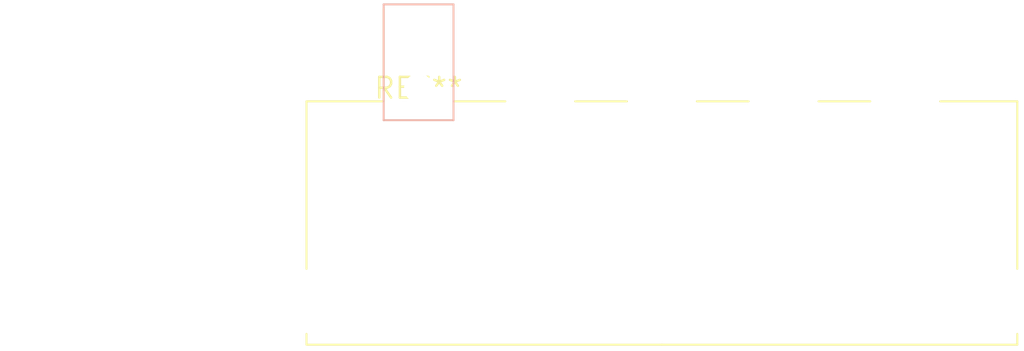
<source format=kicad_pcb>
(kicad_pcb (version 20240108) (generator pcbnew)
  (layers (0 "F.Cu" signal) (31 "B.Cu" signal) (34 "B.Paste" user) (35 "F.Paste" user) (36 "B.SilkS" user "B.Silkscreen") (37 "F.SilkS" user "F.Silkscreen") (38 "B.Mask" user) (39 "F.Mask" user) (44 "Edge.Cuts" user))
  (net 0 "")
  (footprint "Molex_Sabre_43160-1105_1x05_P7.49mm_Horizontal" (layer "F.Cu") (at 0 0)
    (property "Reference" "REF**")
    (property "Value" "Molex_Sabre_43160-1105_1x05_P7.49mm_Horizontal")
    (fp_line (start -2.15 -5.155) (end -2.15 1.975) (layer "B.SilkS") (stroke (width 0.12)))
    (fp_line (start -2.15 1.975) (end 2.15 1.975) (layer "B.SilkS") (stroke (width 0.12)))
    (fp_line (start 2.15 -5.155) (end -2.15 -5.155) (layer "B.SilkS") (stroke (width 0.12)))
    (fp_line (start 2.15 1.975) (end 2.15 -5.155) (layer "B.SilkS") (stroke (width 0.12)))
    (fp_line (start -6.9 0.815) (end -6.9 11.13) (layer "F.SilkS") (stroke (width 0.12)))
    (fp_line (start -6.9 15.13) (end -6.9 15.795) (layer "F.SilkS") (stroke (width 0.12)))
    (fp_line (start -6.9 15.795) (end 14.98 15.795) (layer "F.SilkS") (stroke (width 0.12)))
    (fp_line (start -2.15 0.815) (end -6.9 0.815) (layer "F.SilkS") (stroke (width 0.12)))
    (fp_line (start -2.15 0.815) (end -2.15 -4.895) (layer "F.SilkS") (stroke (width 0.12)))
    (fp_line (start 2.15 0.815) (end 5.34 0.815) (layer "F.SilkS") (stroke (width 0.12)))
    (fp_line (start 9.64 0.815) (end 12.83 0.815) (layer "F.SilkS") (stroke (width 0.12)))
    (fp_line (start 17.13 0.815) (end 20.32 0.815) (layer "F.SilkS") (stroke (width 0.12)))
    (fp_line (start 24.62 0.815) (end 27.81 0.815) (layer "F.SilkS") (stroke (width 0.12)))
    (fp_line (start 32.11 0.815) (end 36.86 0.815) (layer "F.SilkS") (stroke (width 0.12)))
    (fp_line (start 36.86 0.815) (end 36.86 11.13) (layer "F.SilkS") (stroke (width 0.12)))
    (fp_line (start 36.86 15.13) (end 36.86 15.795) (layer "F.SilkS") (stroke (width 0.12)))
    (fp_line (start 36.86 15.795) (end 14.98 15.795) (layer "F.SilkS") (stroke (width 0.12)))
    (pad "" thru_hole circle (at -4.75 13.13) (size 4 4) (drill 3) (layers *.Cu *.Mask) (remove_unused_layers))
    (pad "" thru_hole circle (at 34.71 13.13) (size 4 4) (drill 3) (layers *.Cu *.Mask) (remove_unused_layers))
    (pad "1" thru_hole rect (at 0 -3.18) (size 3.78 3.43) (drill 1.78) (layers *.Cu *.Mask) (remove_unused_layers))
    (pad "1" thru_hole rect (at 0 0) (size 3.78 3.43) (drill 1.78) (layers *.Cu *.Mask) (remove_unused_layers))
    (pad "2" thru_hole rect (at 7.49 -3.18) (size 3.78 3.43) (drill 1.78) (layers *.Cu *.Mask) (remove_unused_layers))
    (pad "2" thru_hole rect (at 7.49 0) (size 3.78 3.43) (drill 1.78) (layers *.Cu *.Mask) (remove_unused_layers))
    (pad "3" thru_hole rect (at 14.98 -3.18) (size 3.78 3.43) (drill 1.78) (layers *.Cu *.Mask) (remove_unused_layers))
    (pad "3" thru_hole rect (at 14.98 0) (size 3.78 3.43) (drill 1.78) (layers *.Cu *.Mask) (remove_unused_layers))
    (pad "4" thru_hole rect (at 22.47 -3.18) (size 3.78 3.43) (drill 1.78) (layers *.Cu *.Mask) (remove_unused_layers))
    (pad "4" thru_hole rect (at 22.47 0) (size 3.78 3.43) (drill 1.78) (layers *.Cu *.Mask) (remove_unused_layers))
    (pad "5" thru_hole rect (at 29.96 -3.18) (size 3.78 3.43) (drill 1.78) (layers *.Cu *.Mask) (remove_unused_layers))
    (pad "5" thru_hole rect (at 29.96 0) (size 3.78 3.43) (drill 1.78) (layers *.Cu *.Mask) (remove_unused_layers))
  )
)
</source>
